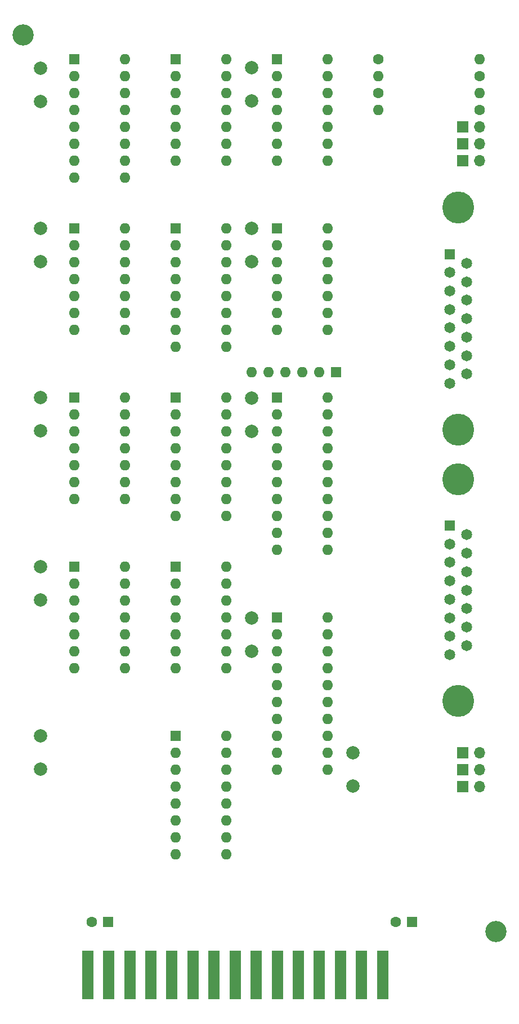
<source format=gts>
%TF.GenerationSoftware,KiCad,Pcbnew,(6.0.0)*%
%TF.CreationDate,2022-03-14T15:32:50-04:00*%
%TF.ProjectId,Northstar PIO,4e6f7274-6873-4746-9172-2050494f2e6b,rev?*%
%TF.SameCoordinates,Original*%
%TF.FileFunction,Soldermask,Top*%
%TF.FilePolarity,Negative*%
%FSLAX46Y46*%
G04 Gerber Fmt 4.6, Leading zero omitted, Abs format (unit mm)*
G04 Created by KiCad (PCBNEW (6.0.0)) date 2022-03-14 15:32:50*
%MOMM*%
%LPD*%
G01*
G04 APERTURE LIST*
%ADD10R,1.650000X1.650000*%
%ADD11C,1.650000*%
%ADD12C,4.800000*%
%ADD13C,3.200000*%
%ADD14R,1.600000X1.600000*%
%ADD15O,1.600000X1.600000*%
%ADD16C,2.000000*%
%ADD17R,1.700000X1.700000*%
%ADD18O,1.700000X1.700000*%
%ADD19R,1.700000X7.400000*%
%ADD20C,1.600000*%
G04 APERTURE END LIST*
D10*
%TO.C,P1*%
X145088642Y-103935486D03*
D11*
X145088642Y-106705486D03*
X145088642Y-109475486D03*
X145088642Y-112245486D03*
X145088642Y-115015486D03*
X145088642Y-117785486D03*
X145088642Y-120555486D03*
X145088642Y-123325486D03*
X147628642Y-105320486D03*
X147628642Y-108090486D03*
X147628642Y-110860486D03*
X147628642Y-113630486D03*
X147628642Y-116400486D03*
X147628642Y-119170486D03*
X147628642Y-121940486D03*
D12*
X146358642Y-96970486D03*
X146358642Y-130290486D03*
%TD*%
D10*
%TO.C,P2*%
X145088642Y-63173286D03*
D11*
X145088642Y-65943286D03*
X145088642Y-68713286D03*
X145088642Y-71483286D03*
X145088642Y-74253286D03*
X145088642Y-77023286D03*
X145088642Y-79793286D03*
X145088642Y-82563286D03*
X147628642Y-64558286D03*
X147628642Y-67328286D03*
X147628642Y-70098286D03*
X147628642Y-72868286D03*
X147628642Y-75638286D03*
X147628642Y-78408286D03*
X147628642Y-81178286D03*
D12*
X146358642Y-56208286D03*
X146358642Y-89528286D03*
%TD*%
D13*
%TO.C,REF\u002A\u002A*%
X152015373Y-164865486D03*
%TD*%
D14*
%TO.C,U2C1*%
X103875373Y-84735486D03*
D15*
X103875373Y-87275486D03*
X103875373Y-89815486D03*
X103875373Y-92355486D03*
X103875373Y-94895486D03*
X103875373Y-97435486D03*
X103875373Y-99975486D03*
X103875373Y-102515486D03*
X111495373Y-102515486D03*
X111495373Y-99975486D03*
X111495373Y-97435486D03*
X111495373Y-94895486D03*
X111495373Y-92355486D03*
X111495373Y-89815486D03*
X111495373Y-87275486D03*
X111495373Y-84735486D03*
%TD*%
D14*
%TO.C,U3D1*%
X119115373Y-117755486D03*
D15*
X119115373Y-120295486D03*
X119115373Y-122835486D03*
X119115373Y-125375486D03*
X119115373Y-127915486D03*
X119115373Y-130455486D03*
X119115373Y-132995486D03*
X119115373Y-135535486D03*
X119115373Y-138075486D03*
X119115373Y-140615486D03*
X126735373Y-140615486D03*
X126735373Y-138075486D03*
X126735373Y-135535486D03*
X126735373Y-132995486D03*
X126735373Y-130455486D03*
X126735373Y-127915486D03*
X126735373Y-125375486D03*
X126735373Y-122835486D03*
X126735373Y-120295486D03*
X126735373Y-117755486D03*
%TD*%
D14*
%TO.C,U1D1*%
X88635373Y-110135486D03*
D15*
X88635373Y-112675486D03*
X88635373Y-115215486D03*
X88635373Y-117755486D03*
X88635373Y-120295486D03*
X88635373Y-122835486D03*
X88635373Y-125375486D03*
X96255373Y-125375486D03*
X96255373Y-122835486D03*
X96255373Y-120295486D03*
X96255373Y-117755486D03*
X96255373Y-115215486D03*
X96255373Y-112675486D03*
X96255373Y-110135486D03*
%TD*%
D14*
%TO.C,U3C1*%
X119115373Y-84735486D03*
D15*
X119115373Y-87275486D03*
X119115373Y-89815486D03*
X119115373Y-92355486D03*
X119115373Y-94895486D03*
X119115373Y-97435486D03*
X119115373Y-99975486D03*
X119115373Y-102515486D03*
X119115373Y-105055486D03*
X119115373Y-107595486D03*
X126735373Y-107595486D03*
X126735373Y-105055486D03*
X126735373Y-102515486D03*
X126735373Y-99975486D03*
X126735373Y-97435486D03*
X126735373Y-94895486D03*
X126735373Y-92355486D03*
X126735373Y-89815486D03*
X126735373Y-87275486D03*
X126735373Y-84735486D03*
%TD*%
D14*
%TO.C,U2A1*%
X103875373Y-33935486D03*
D15*
X103875373Y-36475486D03*
X103875373Y-39015486D03*
X103875373Y-41555486D03*
X103875373Y-44095486D03*
X103875373Y-46635486D03*
X103875373Y-49175486D03*
X111495373Y-49175486D03*
X111495373Y-46635486D03*
X111495373Y-44095486D03*
X111495373Y-41555486D03*
X111495373Y-39015486D03*
X111495373Y-36475486D03*
X111495373Y-33935486D03*
%TD*%
D16*
%TO.C,C11*%
X83555373Y-135535486D03*
X83555373Y-140535486D03*
%TD*%
D17*
%TO.C,J4*%
X147055373Y-138075486D03*
D18*
X149595373Y-138075486D03*
%TD*%
D16*
%TO.C,C10*%
X115305373Y-117795486D03*
X115305373Y-122795486D03*
%TD*%
D13*
%TO.C,REF\u002A\u002A*%
X80885373Y-30255486D03*
%TD*%
D16*
%TO.C,C4*%
X115305373Y-35205486D03*
X115305373Y-40205486D03*
%TD*%
%TO.C,C6*%
X115305373Y-59335486D03*
X115305373Y-64335486D03*
%TD*%
D14*
%TO.C,U2B1*%
X103875373Y-59335486D03*
D15*
X103875373Y-61875486D03*
X103875373Y-64415486D03*
X103875373Y-66955486D03*
X103875373Y-69495486D03*
X103875373Y-72035486D03*
X103875373Y-74575486D03*
X103875373Y-77115486D03*
X111495373Y-77115486D03*
X111495373Y-74575486D03*
X111495373Y-72035486D03*
X111495373Y-69495486D03*
X111495373Y-66955486D03*
X111495373Y-64415486D03*
X111495373Y-61875486D03*
X111495373Y-59335486D03*
%TD*%
D14*
%TO.C,U3A1*%
X119115373Y-33935486D03*
D15*
X119115373Y-36475486D03*
X119115373Y-39015486D03*
X119115373Y-41555486D03*
X119115373Y-44095486D03*
X119115373Y-46635486D03*
X119115373Y-49175486D03*
X126735373Y-49175486D03*
X126735373Y-46635486D03*
X126735373Y-44095486D03*
X126735373Y-41555486D03*
X126735373Y-39015486D03*
X126735373Y-36475486D03*
X126735373Y-33935486D03*
%TD*%
D14*
%TO.C,J1A1*%
X88635373Y-33935486D03*
D15*
X88635373Y-36475486D03*
X88635373Y-39015486D03*
X88635373Y-41555486D03*
X88635373Y-44095486D03*
X88635373Y-46635486D03*
X88635373Y-49175486D03*
X88635373Y-51715486D03*
X96255373Y-51715486D03*
X96255373Y-49175486D03*
X96255373Y-46635486D03*
X96255373Y-44095486D03*
X96255373Y-41555486D03*
X96255373Y-39015486D03*
X96255373Y-36475486D03*
X96255373Y-33935486D03*
%TD*%
D14*
%TO.C,RN1*%
X128005373Y-80925486D03*
D15*
X125465373Y-80925486D03*
X122925373Y-80925486D03*
X120385373Y-80925486D03*
X117845373Y-80925486D03*
X115305373Y-80925486D03*
%TD*%
D16*
%TO.C,C8*%
X115305373Y-84775486D03*
X115305373Y-89775486D03*
%TD*%
D19*
%TO.C,J7*%
X134969773Y-171415486D03*
X131800973Y-171415486D03*
X128632073Y-171415486D03*
X125463173Y-171415486D03*
X122294273Y-171415486D03*
X119125373Y-171415486D03*
X115956473Y-171415486D03*
X112787573Y-171415486D03*
X109618673Y-171415486D03*
X106449773Y-171415486D03*
X103280973Y-171415486D03*
X100112073Y-171415486D03*
X96943153Y-171415486D03*
X93774263Y-171415486D03*
X90605373Y-171415486D03*
X90605373Y-171415486D03*
%TD*%
D16*
%TO.C,C3*%
X83555373Y-35245486D03*
X83555373Y-40245486D03*
%TD*%
%TO.C,C7*%
X83555373Y-84735486D03*
X83555373Y-89735486D03*
%TD*%
%TO.C,C12*%
X130545373Y-138075486D03*
X130545373Y-143075486D03*
%TD*%
D20*
%TO.C,R4*%
X149595373Y-41555486D03*
D15*
X134355373Y-41555486D03*
%TD*%
D20*
%TO.C,R2*%
X149595373Y-36475486D03*
D15*
X134355373Y-36475486D03*
%TD*%
D17*
%TO.C,J5*%
X147055373Y-140615486D03*
D18*
X149595373Y-140615486D03*
%TD*%
D14*
%TO.C,U2D1*%
X103875373Y-110135486D03*
D15*
X103875373Y-112675486D03*
X103875373Y-115215486D03*
X103875373Y-117755486D03*
X103875373Y-120295486D03*
X103875373Y-122835486D03*
X103875373Y-125375486D03*
X111495373Y-125375486D03*
X111495373Y-122835486D03*
X111495373Y-120295486D03*
X111495373Y-117755486D03*
X111495373Y-115215486D03*
X111495373Y-112675486D03*
X111495373Y-110135486D03*
%TD*%
D16*
%TO.C,C9*%
X83555373Y-110135486D03*
X83555373Y-115135486D03*
%TD*%
D20*
%TO.C,R3*%
X134355373Y-39015486D03*
D15*
X149595373Y-39015486D03*
%TD*%
D14*
%TO.C,U1B1*%
X88635373Y-59335486D03*
D15*
X88635373Y-61875486D03*
X88635373Y-64415486D03*
X88635373Y-66955486D03*
X88635373Y-69495486D03*
X88635373Y-72035486D03*
X88635373Y-74575486D03*
X96255373Y-74575486D03*
X96255373Y-72035486D03*
X96255373Y-69495486D03*
X96255373Y-66955486D03*
X96255373Y-64415486D03*
X96255373Y-61875486D03*
X96255373Y-59335486D03*
%TD*%
D14*
%TO.C,U1C1*%
X88635373Y-84735486D03*
D15*
X88635373Y-87275486D03*
X88635373Y-89815486D03*
X88635373Y-92355486D03*
X88635373Y-94895486D03*
X88635373Y-97435486D03*
X88635373Y-99975486D03*
X96255373Y-99975486D03*
X96255373Y-97435486D03*
X96255373Y-94895486D03*
X96255373Y-92355486D03*
X96255373Y-89815486D03*
X96255373Y-87275486D03*
X96255373Y-84735486D03*
%TD*%
D14*
%TO.C,U2E1*%
X103875373Y-135535486D03*
D15*
X103875373Y-138075486D03*
X103875373Y-140615486D03*
X103875373Y-143155486D03*
X103875373Y-145695486D03*
X103875373Y-148235486D03*
X103875373Y-150775486D03*
X103875373Y-153315486D03*
X111495373Y-153315486D03*
X111495373Y-150775486D03*
X111495373Y-148235486D03*
X111495373Y-145695486D03*
X111495373Y-143155486D03*
X111495373Y-140615486D03*
X111495373Y-138075486D03*
X111495373Y-135535486D03*
%TD*%
D16*
%TO.C,C5*%
X83555373Y-59335486D03*
X83555373Y-64335486D03*
%TD*%
D17*
%TO.C,J2*%
X147055373Y-46635486D03*
D18*
X149595373Y-46635486D03*
%TD*%
D14*
%TO.C,C2*%
X93715373Y-163475486D03*
D20*
X91215373Y-163475486D03*
%TD*%
D17*
%TO.C,J3*%
X147055373Y-49175486D03*
D18*
X149595373Y-49175486D03*
%TD*%
D14*
%TO.C,U3B1*%
X119115373Y-59335486D03*
D15*
X119115373Y-61875486D03*
X119115373Y-64415486D03*
X119115373Y-66955486D03*
X119115373Y-69495486D03*
X119115373Y-72035486D03*
X119115373Y-74575486D03*
X126735373Y-74575486D03*
X126735373Y-72035486D03*
X126735373Y-69495486D03*
X126735373Y-66955486D03*
X126735373Y-64415486D03*
X126735373Y-61875486D03*
X126735373Y-59335486D03*
%TD*%
D20*
%TO.C,R1*%
X134355373Y-33935486D03*
D15*
X149595373Y-33935486D03*
%TD*%
D14*
%TO.C,C1*%
X139435373Y-163475486D03*
D20*
X136935373Y-163475486D03*
%TD*%
D17*
%TO.C,J6*%
X147055373Y-143155486D03*
D18*
X149595373Y-143155486D03*
%TD*%
D17*
%TO.C,J1*%
X147055373Y-44095486D03*
D18*
X149595373Y-44095486D03*
%TD*%
M02*

</source>
